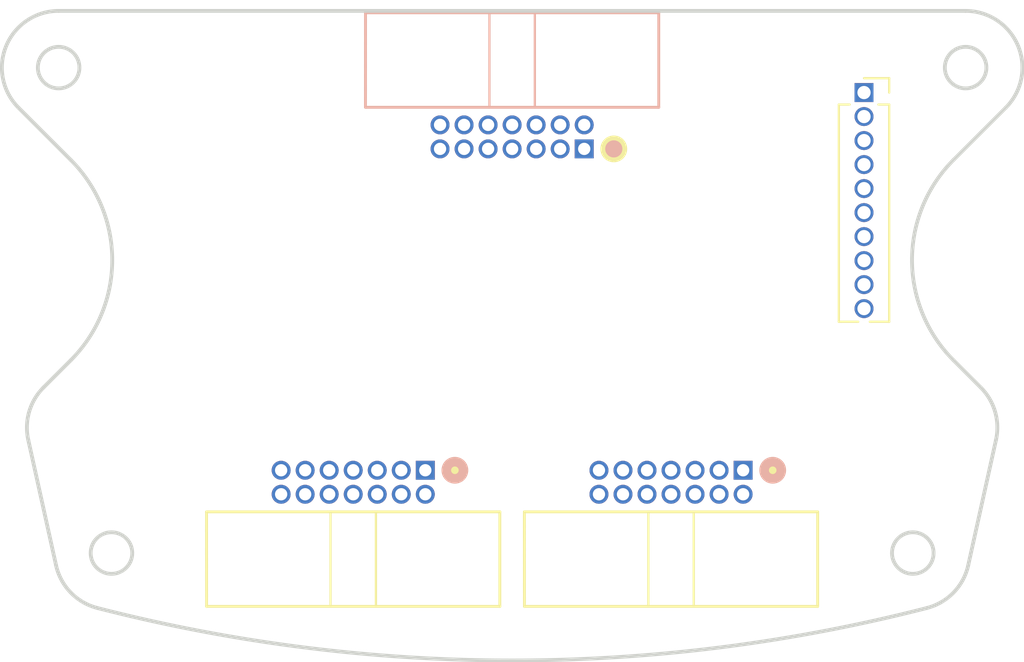
<source format=kicad_pcb>
(kicad_pcb (version 20221018) (generator pcbnew)
  (layers (0 "F.Cu" signal) (31 "B.Cu" signal) (34 "B.Paste" user) (35 "F.Paste" user) (36 "B.SilkS" user "B.Silkscreen") (37 "F.SilkS" user "F.Silkscreen") (38 "B.Mask" user) (39 "F.Mask" user) (44 "Edge.Cuts" user))
  (net 0 "")
  (net 1 "Net-(J1-Pin_1)")
  (net 2 "Net-(J1-Pin_2)")
  (net 3 "Net-(J1-Pin_3)")
  (net 4 "Net-(J1-Pin_4)")
  (net 5 "Net-(J1-Pin_5)")
  (net 6 "Net-(J1-Pin_6)")
  (net 7 "Net-(J1-Pin_7)")
  (net 8 "Net-(J1-Pin_8)")
  (net 9 "Net-(J1-Pin_9)")
  (net 10 "Net-(J1-Pin_10)")
  (net 11 "Net-(J1-Pin_11)")
  (net 12 "Net-(J1-Pin_12)")
  (net 13 "Net-(J1-Pin_13)")
  (net 14 "Net-(J1-Pin_14)")
  (net 17 "/3.3V_Wireless")
  (net 18 "SWDIO_Wireless")
  (net 19 "GND2")
  (net 20 "SWCLK_Wireless")
  (net 21 "SWO_Wireless")
  (net 24 "NRST_Wireless")
  (footprint "Connector_PinSocket_1.27mm:PinSocket_1x10_P1.27mm_Vertical" (layer "F.Cu") (at 18.6 4.32)
    (fp_text reference "J5" hide)
    (fp_text value "Conn_01x10_Socket")
    (fp_line (start -1.33 0.635) (end -1.33 12.125) (stroke (width 0.12)) (layer "F.SilkS"))
    (fp_line (start -1.33 0.635) (end -0.76 0.635) (stroke (width 0.12)) (layer "F.SilkS"))
    (fp_line (start -1.33 12.125) (end -0.30753 12.125) (stroke (width 0.12)) (layer "F.SilkS"))
    (fp_line (start 0 -0.76) (end 1.33 -0.76) (stroke (width 0.12)) (layer "F.SilkS"))
    (fp_line (start 0.30753 12.125) (end 1.33 12.125) (stroke (width 0.12)) (layer "F.SilkS"))
    (fp_line (start 0.76 0.635) (end 1.33 0.635) (stroke (width 0.12)) (layer "F.SilkS"))
    (fp_line (start 1.33 -0.76) (end 1.33 0) (stroke (width 0.12)) (layer "F.SilkS"))
    (fp_line (start 1.33 0.635) (end 1.33 12.125) (stroke (width 0.12)) (layer "F.SilkS"))
    (pad "1" thru_hole rect (at 0 0) (size 1 1) (drill 0.7) (layers "*.Cu" "*.Mask"))
    (pad "2" thru_hole oval (at 0 1.27) (size 1 1) (drill 0.7) (layers "*.Cu" "*.Mask"))
    (pad "3" thru_hole oval (at 0 2.54) (size 1 1) (drill 0.7) (layers "*.Cu" "*.Mask"))
    (pad "4" thru_hole oval (at 0 3.81) (size 1 1) (drill 0.7) (layers "*.Cu" "*.Mask"))
    (pad "5" thru_hole oval (at 0 5.08) (size 1 1) (drill 0.7) (layers "*.Cu" "*.Mask"))
    (pad "6" thru_hole oval (at 0 6.35) (size 1 1) (drill 0.7) (layers "*.Cu" "*.Mask"))
    (pad "7" thru_hole oval (at 0 7.62) (size 1 1) (drill 0.7) (layers "*.Cu" "*.Mask"))
    (pad "8" thru_hole oval (at 0 8.89) (size 1 1) (drill 0.7) (layers "*.Cu" "*.Mask"))
    (pad "9" thru_hole oval (at 0 10.16) (size 1 1) (drill 0.7) (layers "*.Cu" "*.Mask"))
    (pad "10" thru_hole oval (at 0 11.43) (size 1 1) (drill 0.7) (layers "*.Cu" "*.Mask"))
  )
  (footprint "TomoshibiLibrary:BoxHeader_2x07_P1.27mm_Horizontal" (layer "F.Cu") (at 8.4 24.3 -90)
    (fp_text reference "J3" hide)
    (fp_text value "Conn_01x14_Pin")
    (fp_circle (center 0 -5.374) (end 0.2 -5.374) (stroke (width 0.508)) (fill none) (layer "B.SilkS"))
    (fp_line (start 2.2 -7.75) (end 2.2 7.75) (stroke (width 0.1524)) (layer "F.SilkS"))
    (fp_line (start 2.200799 7.753) (end 7.2 7.75) (stroke (width 0.1524)) (layer "F.SilkS"))
    (fp_line (start 7.2 -7.75) (end 2.200799 -7.75) (stroke (width 0.1524)) (layer "F.SilkS"))
    (fp_line (start 7.2 -1.2) (end 2.2 -1.2) (stroke (width 0.12)) (layer "F.SilkS"))
    (fp_line (start 7.2 1.2) (end 2.2 1.2) (stroke (width 0.12)) (layer "F.SilkS"))
    (fp_line (start 7.2 7.75) (end 7.2 -7.75) (stroke (width 0.1524)) (layer "F.SilkS"))
    (fp_circle (center 0 -5.374) (end 0.2 -5.374) (stroke (width 0.508)) (fill solid) (layer "F.SilkS"))
    (pad "1" thru_hole rect (at 0 -3.81) (size 1 1) (drill 0.65) (layers "*.Cu" "*.Mask"))
    (pad "2" thru_hole circle (at 1.27 -3.81) (size 1 1) (drill 0.65) (layers "*.Cu" "*.Mask"))
    (pad "3" thru_hole circle (at 0 -2.54) (size 1 1) (drill 0.65) (layers "*.Cu" "*.Mask") (net 17 "/3.3V_Wireless"))
    (pad "4" thru_hole circle (at 1.27 -2.54) (size 1 1) (drill 0.65) (layers "*.Cu" "*.Mask") (net 18 "SWDIO_Wireless"))
    (pad "5" thru_hole circle (at 0 -1.27) (size 1 1) (drill 0.65) (layers "*.Cu" "*.Mask") (net 19 "GND2"))
    (pad "6" thru_hole circle (at 1.27 -1.27) (size 1 1) (drill 0.65) (layers "*.Cu" "*.Mask") (net 20 "SWCLK_Wireless"))
    (pad "7" thru_hole circle (at 0 0) (size 1 1) (drill 0.65) (layers "*.Cu" "*.Mask") (net 19 "GND2"))
    (pad "8" thru_hole circle (at 1.27 0) (size 1 1) (drill 0.65) (layers "*.Cu" "*.Mask") (net 21 "SWO_Wireless"))
    (pad "9" thru_hole circle (at 0 1.27) (size 1 1) (drill 0.65) (layers "*.Cu" "*.Mask"))
    (pad "10" thru_hole circle (at 1.27 1.27) (size 1 1) (drill 0.65) (layers "*.Cu" "*.Mask"))
    (pad "11" thru_hole circle (at 0 2.54) (size 1 1) (drill 0.65) (layers "*.Cu" "*.Mask") (net 19 "GND2"))
    (pad "12" thru_hole circle (at 1.27 2.54) (size 1 1) (drill 0.65) (layers "*.Cu" "*.Mask") (net 24 "NRST_Wireless"))
    (pad "13" thru_hole circle (at 0 3.81) (size 1 1) (drill 0.65) (layers "*.Cu" "*.Mask"))
    (pad "14" thru_hole circle (at 1.27 3.81) (size 1 1) (drill 0.65) (layers "*.Cu" "*.Mask"))
  )
  (footprint "TomoshibiLibrary:BoxHeader_2x07_P1.27mm_Horizontal" (layer "F.Cu") (at -8.4 24.299999 -90)
    (fp_text reference "J2" hide)
    (fp_text value "Conn_01x14_Pin")
    (fp_circle (center 0 -5.374) (end 0.2 -5.374) (stroke (width 0.508)) (fill none) (layer "B.SilkS"))
    (fp_line (start 2.2 -7.75) (end 2.2 7.75) (stroke (width 0.1524)) (layer "F.SilkS"))
    (fp_line (start 2.200799 7.753) (end 7.2 7.75) (stroke (width 0.1524)) (layer "F.SilkS"))
    (fp_line (start 7.2 -7.75) (end 2.200799 -7.75) (stroke (width 0.1524)) (layer "F.SilkS"))
    (fp_line (start 7.2 -1.2) (end 2.2 -1.2) (stroke (width 0.12)) (layer "F.SilkS"))
    (fp_line (start 7.2 1.2) (end 2.2 1.2) (stroke (width 0.12)) (layer "F.SilkS"))
    (fp_line (start 7.2 7.75) (end 7.2 -7.75) (stroke (width 0.1524)) (layer "F.SilkS"))
    (fp_circle (center 0 -5.374) (end 0.2 -5.374) (stroke (width 0.508)) (fill solid) (layer "F.SilkS"))
    (pad "1" thru_hole rect (at 0 -3.81) (size 1 1) (drill 0.65) (layers "*.Cu" "*.Mask") (net 1 "Net-(J1-Pin_1)"))
    (pad "2" thru_hole circle (at 1.27 -3.81) (size 1 1) (drill 0.65) (layers "*.Cu" "*.Mask") (net 2 "Net-(J1-Pin_2)"))
    (pad "3" thru_hole circle (at 0 -2.54) (size 1 1) (drill 0.65) (layers "*.Cu" "*.Mask") (net 3 "Net-(J1-Pin_3)"))
    (pad "4" thru_hole circle (at 1.27 -2.54) (size 1 1) (drill 0.65) (layers "*.Cu" "*.Mask") (net 4 "Net-(J1-Pin_4)"))
    (pad "5" thru_hole circle (at 0 -1.27) (size 1 1) (drill 0.65) (layers "*.Cu" "*.Mask") (net 5 "Net-(J1-Pin_5)"))
    (pad "6" thru_hole circle (at 1.27 -1.27) (size 1 1) (drill 0.65) (layers "*.Cu" "*.Mask") (net 6 "Net-(J1-Pin_6)"))
    (pad "7" thru_hole circle (at 0 0) (size 1 1) (drill 0.65) (layers "*.Cu" "*.Mask") (net 7 "Net-(J1-Pin_7)"))
    (pad "8" thru_hole circle (at 1.27 0) (size 1 1) (drill 0.65) (layers "*.Cu" "*.Mask") (net 8 "Net-(J1-Pin_8)"))
    (pad "9" thru_hole circle (at 0 1.27) (size 1 1) (drill 0.65) (layers "*.Cu" "*.Mask") (net 9 "Net-(J1-Pin_9)"))
    (pad "10" thru_hole circle (at 1.27 1.27) (size 1 1) (drill 0.65) (layers "*.Cu" "*.Mask") (net 10 "Net-(J1-Pin_10)"))
    (pad "11" thru_hole circle (at 0 2.54) (size 1 1) (drill 0.65) (layers "*.Cu" "*.Mask") (net 11 "Net-(J1-Pin_11)"))
    (pad "12" thru_hole circle (at 1.27 2.54) (size 1 1) (drill 0.65) (layers "*.Cu" "*.Mask") (net 12 "Net-(J1-Pin_12)"))
    (pad "13" thru_hole circle (at 0 3.81) (size 1 1) (drill 0.65) (layers "*.Cu" "*.Mask") (net 13 "Net-(J1-Pin_13)"))
    (pad "14" thru_hole circle (at 1.27 3.81) (size 1 1) (drill 0.65) (layers "*.Cu" "*.Mask") (net 14 "Net-(J1-Pin_14)"))
  )
  (footprint "TomoshibiLibrary:BoxHeader_2x07_P1.27mm_Horizontal" (layer "B.Cu") (at 0 7.299999 90)
    (fp_text reference "J1" hide)
    (fp_text value "Conn_01x14_Pin")
    (fp_line (start 2.2 7.75) (end 2.2 -7.75) (stroke (width 0.1524)) (layer "B.SilkS"))
    (fp_line (start 2.200799 -7.753) (end 7.2 -7.75) (stroke (width 0.1524)) (layer "B.SilkS"))
    (fp_line (start 7.2 -7.75) (end 7.2 7.75) (stroke (width 0.1524)) (layer "B.SilkS"))
    (fp_line (start 7.2 -1.2) (end 2.2 -1.2) (stroke (width 0.12)) (layer "B.SilkS"))
    (fp_line (start 7.2 1.2) (end 2.2 1.2) (stroke (width 0.12)) (layer "B.SilkS"))
    (fp_line (start 7.2 7.75) (end 2.200799 7.75) (stroke (width 0.1524)) (layer "B.SilkS"))
    (fp_circle (center 0 5.374) (end 0.2 5.374) (stroke (width 0.508)) (fill solid) (layer "B.SilkS"))
    (fp_circle (center 0 5.374) (end 0.2 5.374) (stroke (width 0.508)) (fill none) (layer "F.SilkS"))
    (pad "1" thru_hole rect (at 0 3.81) (size 1 1) (drill 0.65) (layers "*.Cu" "*.Mask") (net 1 "Net-(J1-Pin_1)"))
    (pad "2" thru_hole circle (at 1.27 3.81) (size 1 1) (drill 0.65) (layers "*.Cu" "*.Mask") (net 2 "Net-(J1-Pin_2)"))
    (pad "3" thru_hole circle (at 0 2.54) (size 1 1) (drill 0.65) (layers "*.Cu" "*.Mask") (net 3 "Net-(J1-Pin_3)"))
    (pad "4" thru_hole circle (at 1.27 2.54) (size 1 1) (drill 0.65) (layers "*.Cu" "*.Mask") (net 4 "Net-(J1-Pin_4)"))
    (pad "5" thru_hole circle (at 0 1.27) (size 1 1) (drill 0.65) (layers "*.Cu" "*.Mask") (net 5 "Net-(J1-Pin_5)"))
    (pad "6" thru_hole circle (at 1.27 1.27) (size 1 1) (drill 0.65) (layers "*.Cu" "*.Mask") (net 6 "Net-(J1-Pin_6)"))
    (pad "7" thru_hole circle (at 0 0) (size 1 1) (drill 0.65) (layers "*.Cu" "*.Mask") (net 7 "Net-(J1-Pin_7)"))
    (pad "8" thru_hole circle (at 1.27 0) (size 1 1) (drill 0.65) (layers "*.Cu" "*.Mask") (net 8 "Net-(J1-Pin_8)"))
    (pad "9" thru_hole circle (at 0 -1.27) (size 1 1) (drill 0.65) (layers "*.Cu" "*.Mask") (net 9 "Net-(J1-Pin_9)"))
    (pad "10" thru_hole circle (at 1.27 -1.27) (size 1 1) (drill 0.65) (layers "*.Cu" "*.Mask") (net 10 "Net-(J1-Pin_10)"))
    (pad "11" thru_hole circle (at 0 -2.54) (size 1 1) (drill 0.65) (layers "*.Cu" "*.Mask") (net 11 "Net-(J1-Pin_11)"))
    (pad "12" thru_hole circle (at 1.27 -2.54) (size 1 1) (drill 0.65) (layers "*.Cu" "*.Mask") (net 12 "Net-(J1-Pin_12)"))
    (pad "13" thru_hole circle (at 0 -3.81) (size 1 1) (drill 0.65) (layers "*.Cu" "*.Mask") (net 13 "Net-(J1-Pin_13)"))
    (pad "14" thru_hole circle (at 1.27 -3.81) (size 1 1) (drill 0.65) (layers "*.Cu" "*.Mask") (net 14 "Net-(J1-Pin_14)"))
  )
  (gr_line (start 24.108037 29.328186) (end 25.577091 22.689934) (stroke (width 0.2)) (layer "Edge.Cuts"))
  (gr_circle (center 21.178905 28.679967) (end 21.178905 29.779967) (stroke (width 0.2)) (fill none) (layer "Edge.Cuts"))
  (gr_line (start -23.334524 18.485639) (end -24.76928 19.920395) (stroke (width 0.2)) (layer "Edge.Cuts"))
  (gr_arc (start -25.577091 22.689934) (mid -25.527937 21.201697) (end -24.76928 19.920395) (stroke (width 0.2)) (layer "Edge.Cuts"))
  (gr_arc (start -23.334524 7.879037) (mid -21.137824 13.182338) (end -23.334524 18.485639) (stroke (width 0.2)) (layer "Edge.Cuts"))
  (gr_line (start 23.97092 0) (end -23.97092 0) (stroke (width 0.2)) (layer "Edge.Cuts"))
  (gr_arc (start 23.97092 0) (mid 26.742556 1.851949) (end 26.09224 5.121321) (stroke (width 0.2)) (layer "Edge.Cuts"))
  (gr_line (start 23.334524 7.879037) (end 26.09224 5.121321) (stroke (width 0.2)) (layer "Edge.Cuts"))
  (gr_arc (start 21.926396 31.585351) (mid 0 34.360747) (end -21.926396 31.585351) (stroke (width 0.2)) (layer "Edge.Cuts"))
  (gr_circle (center 23.97092 3) (end 23.97092 4.1) (stroke (width 0.2)) (fill none) (layer "Edge.Cuts"))
  (gr_arc (start -21.926396 31.585351) (mid -23.33601 30.764893) (end -24.108037 29.328186) (stroke (width 0.2)) (layer "Edge.Cuts"))
  (gr_arc (start 24.76928 19.920395) (mid 25.527976 21.201686) (end 25.577091 22.689934) (stroke (width 0.2)) (layer "Edge.Cuts"))
  (gr_line (start -25.577091 22.689934) (end -24.108037 29.328186) (stroke (width 0.2)) (layer "Edge.Cuts"))
  (gr_circle (center -23.97092 3) (end -23.97092 4.1) (stroke (width 0.2)) (fill none) (layer "Edge.Cuts"))
  (gr_arc (start 24.108037 29.328186) (mid 23.336002 30.764885) (end 21.926396 31.585351) (stroke (width 0.2)) (layer "Edge.Cuts"))
  (gr_arc (start -26.09224 5.121321) (mid -26.742561 1.851947) (end -23.97092 0) (stroke (width 0.2)) (layer "Edge.Cuts"))
  (gr_line (start 24.76928 19.920395) (end 23.334524 18.485639) (stroke (width 0.2)) (layer "Edge.Cuts"))
  (gr_arc (start 23.334524 18.485639) (mid 21.137826 13.182338) (end 23.334524 7.879037) (stroke (width 0.2)) (layer "Edge.Cuts"))
  (gr_line (start -26.09224 5.121321) (end -23.334524 7.879037) (stroke (width 0.2)) (layer "Edge.Cuts"))
  (gr_circle (center -21.178905 28.679967) (end -21.178905 29.779967) (stroke (width 0.2)) (fill none) (layer "Edge.Cuts"))
)
</source>
